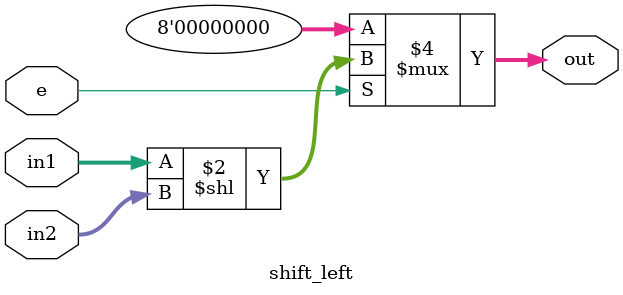
<source format=v>
module shift_left (input [7:0] in1,
		   input [1:0] in2,
	           input e,
	           output reg [7:0] out);

always @(*)
	if (e) out = in1 << in2;
	else out = 0;
endmodule

</source>
